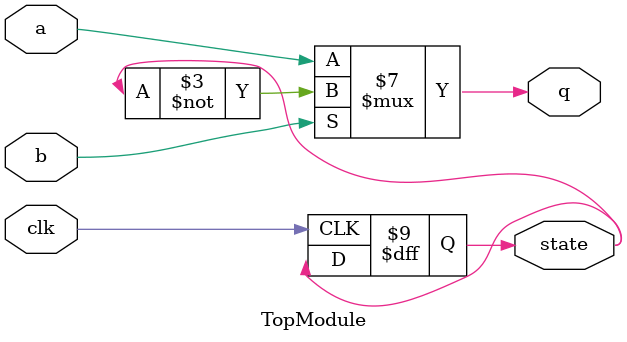
<source format=sv>
module TopModule (
    input wire clk,  // Clock signal, positive edge triggered
    input wire a,    // Input signal a, 1-bit, unsigned
    input wire b,    // Input signal b, 1-bit, unsigned
    output reg q,    // Output signal q, 1-bit, reflects combinational logic
    output reg state // Output signal state, 1-bit, reflects flip-flop state
);

    // Initial state of the flip-flop
    initial begin
        state = 1'b0;
    end

    // Combinational logic for q
    always @(*) begin
        if (b == 1'b1) begin
            q = ~state;
        end else begin
            q = a;
        end
    end

    // Sequential logic for state
    always @(posedge clk) begin
        state <= state; // Assuming state remains unchanged unless specified
    end

endmodule
</source>
